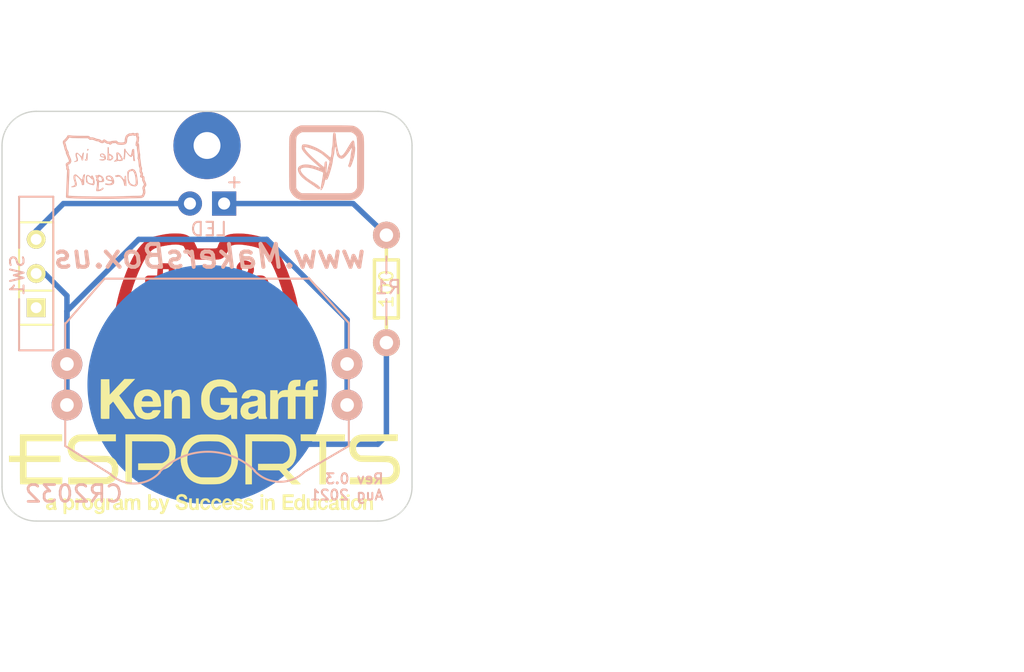
<source format=kicad_pcb>
(kicad_pcb (version 20171130) (host pcbnew "(5.1.10)-1")
  (layers (0 F.Cu signal) (31 B.Cu signal) (34 B.Paste user) (35 F.Paste user) (36 B.SilkS user) (37 F.SilkS user) (38 B.Mask user) (39 F.Mask user) (44 Edge.Cuts user))
  (net 0 "")
  (net 1 "Net-(BT1-Pad1)")
  (net 2 "Net-(D1-Pad1)")
  (net 3 "Net-(D1-Pad2)")
  (net 4 "Net-(BT1-Pad2)")
  (net 5 "Net-(SW1-Pad1)")
  (module footprints:controller (layer F.Cu) (at 175.26 86.36)
    (fp_text reference G*** hide)
    (fp_text value LOGO hide)
    (fp_poly (pts (xy -2.134063 -4.877607) (xy -1.945985 -4.865274) (xy -1.786994 -4.842943) (xy -1.646437 -4.808825) (xy -1.513659 -4.761132) (xy -1.435329 -4.726221) (xy -1.267304 -4.620822) (xy -1.112871 -4.473317) (xy -0.979759 -4.292057) (xy -0.904952 -4.1529) (xy -0.855888 -4.048034) (xy -0.809468 -3.949588) (xy -0.77391 -3.874974) (xy -0.767057 -3.8608) (xy -0.723827 -3.7719) (xy -0.015115 -3.765142) (xy 0.202758 -3.763098) (xy 0.375507 -3.762408) (xy 0.508807 -3.764296) (xy 0.608333 -3.76999) (xy 0.679761 -3.780716) (xy 0.728765 -3.797701) (xy 0.761021 -3.822171) (xy 0.782205 -3.855353) (xy 0.797991 -3.898473) (xy 0.811377 -3.94376) (xy 0.870878 -4.09855) (xy 0.956742 -4.262423) (xy 1.057322 -4.41554) (xy 1.159303 -4.536399) (xy 1.281504 -4.643172) (xy 1.41505 -4.727151) (xy 1.566845 -4.790313) (xy 1.743791 -4.834636) (xy 1.952791 -4.862098) (xy 2.200748 -4.874675) (xy 2.344726 -4.875995) (xy 2.578595 -4.872112) (xy 2.795254 -4.86029) (xy 3.007696 -4.838901) (xy 3.228915 -4.80632) (xy 3.471905 -4.760919) (xy 3.749661 -4.701071) (xy 3.7592 -4.698915) (xy 4.010368 -4.628271) (xy 4.239103 -4.533009) (xy 4.451863 -4.408516) (xy 4.655104 -4.250178) (xy 4.855284 -4.053379) (xy 5.05886 -3.813506) (xy 5.133165 -3.717122) (xy 5.202662 -3.623547) (xy 5.259144 -3.544756) (xy 5.296467 -3.489507) (xy 5.3086 -3.467043) (xy 5.321922 -3.436101) (xy 5.354196 -3.385087) (xy 5.356281 -3.382122) (xy 5.390341 -3.326959) (xy 5.440698 -3.236707) (xy 5.501812 -3.122145) (xy 5.568142 -2.99405) (xy 5.634148 -2.863201) (xy 5.694289 -2.740376) (xy 5.743024 -2.636352) (xy 5.763069 -2.5908) (xy 5.805005 -2.492798) (xy 5.847248 -2.395463) (xy 5.867497 -2.3495) (xy 5.921508 -2.221333) (xy 5.986966 -2.055326) (xy 6.060194 -1.8618) (xy 6.137519 -1.651075) (xy 6.215262 -1.433471) (xy 6.28975 -1.21931) (xy 6.357306 -1.01891) (xy 6.414255 -0.842592) (xy 6.45692 -0.700677) (xy 6.464567 -0.6731) (xy 6.486943 -0.590625) (xy 6.517413 -0.478365) (xy 6.550755 -0.355558) (xy 6.564538 -0.3048) (xy 6.601447 -0.161917) (xy 6.640256 -0.000522) (xy 6.673738 0.149109) (xy 6.679745 0.1778) (xy 6.707495 0.311845) (xy 6.737287 0.45456) (xy 6.763777 0.580371) (xy 6.769984 0.6096) (xy 6.818227 0.856556) (xy 6.86856 1.15412) (xy 6.907561 1.4097) (xy 6.925626 1.532253) (xy 6.9445 1.659418) (xy 6.96014 1.763971) (xy 6.96034 1.7653) (xy 6.992582 1.999595) (xy 7.02044 2.242171) (xy 7.04338 2.484693) (xy 7.060867 2.718825) (xy 7.072367 2.936233) (xy 7.077346 3.128581) (xy 7.07527 3.287535) (xy 7.065605 3.404757) (xy 7.065474 3.405652) (xy 7.004021 3.654984) (xy 6.897074 3.89682) (xy 6.749939 4.124093) (xy 6.567921 4.329739) (xy 6.356325 4.506691) (xy 6.140162 4.638037) (xy 6.001774 4.707119) (xy 5.889194 4.758228) (xy 5.790219 4.794061) (xy 5.692644 4.817314) (xy 5.584265 4.830685) (xy 5.452878 4.836868) (xy 5.286278 4.838561) (xy 5.2324 4.838598) (xy 5.065626 4.837861) (xy 4.941505 4.835277) (xy 4.851903 4.830155) (xy 4.788684 4.821801) (xy 4.743716 4.809525) (xy 4.7117 4.794304) (xy 4.651629 4.764129) (xy 4.607838 4.750082) (xy 4.605474 4.749956) (xy 4.571117 4.739015) (xy 4.503014 4.709699) (xy 4.412495 4.667058) (xy 4.350626 4.636415) (xy 4.204223 4.554792) (xy 4.059526 4.457235) (xy 3.913033 4.340144) (xy 3.761241 4.199923) (xy 3.600648 4.032972) (xy 3.427751 3.835694) (xy 3.239047 3.60449) (xy 3.031034 3.335762) (xy 2.853871 3.0988) (xy 2.674135 2.855637) (xy 2.521608 2.649894) (xy 2.393464 2.478024) (xy 2.286872 2.336479) (xy 2.199004 2.221713) (xy 2.127031 2.130178) (xy 2.068124 2.058327) (xy 2.019455 2.002613) (xy 1.978195 1.959488) (xy 1.941514 1.925406) (xy 1.906585 1.896819) (xy 1.878794 1.876096) (xy 1.675749 1.754482) (xy 1.432125 1.651465) (xy 1.154846 1.567639) (xy 0.850835 1.503597) (xy 0.527015 1.45993) (xy 0.190309 1.437231) (xy -0.152358 1.436094) (xy -0.494064 1.45711) (xy -0.827886 1.500873) (xy -1.1469 1.567975) (xy -1.282304 1.6055) (xy -1.540942 1.69505) (xy -1.753099 1.795237) (xy -1.922364 1.908125) (xy -2.052326 2.035776) (xy -2.0701 2.058215) (xy -2.407554 2.502163) (xy -2.726458 2.92558) (xy -2.884458 3.1369) (xy -3.101508 3.42407) (xy -3.295426 3.671781) (xy -3.469858 3.883745) (xy -3.628449 4.063672) (xy -3.774846 4.215273) (xy -3.912693 4.34226) (xy -4.045636 4.448342) (xy -4.177322 4.53723) (xy -4.311395 4.612637) (xy -4.3561 4.634864) (xy -4.589297 4.739196) (xy -4.796776 4.812059) (xy -4.990936 4.855564) (xy -5.184179 4.871821) (xy -5.388904 4.862941) (xy -5.5626 4.840233) (xy -5.857671 4.768075) (xy -6.132754 4.651155) (xy -6.383606 4.493012) (xy -6.605984 4.297184) (xy -6.795644 4.067207) (xy -6.948343 3.806621) (xy -7.026847 3.6195) (xy -7.05327 3.507664) (xy -7.069593 3.351764) (xy -7.075992 3.157488) (xy -7.074379 3.048074) (xy -6.2484 3.048074) (xy -6.247036 3.177828) (xy -6.241448 3.2712) (xy -6.229396 3.34257) (xy -6.208637 3.406316) (xy -6.183814 3.462419) (xy -6.071922 3.641454) (xy -5.922045 3.794) (xy -5.743321 3.912546) (xy -5.544889 3.98958) (xy -5.541451 3.990473) (xy -5.3792 4.024765) (xy -5.241613 4.034839) (xy -5.109165 4.021542) (xy -5.059498 4.011314) (xy -4.849449 3.940256) (xy -4.634068 3.823797) (xy -4.419546 3.666011) (xy -4.212077 3.470974) (xy -4.170747 3.426505) (xy -4.106678 3.351974) (xy -4.018596 3.243725) (xy -3.912267 3.109199) (xy -3.793452 2.955838) (xy -3.667916 2.791082) (xy -3.541422 2.622373) (xy -3.419733 2.457152) (xy -3.4163 2.452442) (xy -3.333075 2.338745) (xy -3.24078 2.213557) (xy -3.145393 2.084888) (xy -3.052892 1.960748) (xy -2.969255 1.849148) (xy -2.900459 1.758098) (xy -2.852481 1.695608) (xy -2.837202 1.6764) (xy -2.805565 1.635343) (xy -2.756961 1.569554) (xy -2.718452 1.516299) (xy -2.602407 1.385163) (xy -2.444761 1.252774) (xy -2.254328 1.124123) (xy -2.039922 1.004201) (xy -1.810357 0.897998) (xy -1.574447 0.810505) (xy -1.3716 0.753653) (xy -1.258115 0.726844) (xy -1.125871 0.695285) (xy -1.016 0.668829) (xy -0.955962 0.655736) (xy -0.891529 0.645321) (xy -0.816262 0.637292) (xy -0.723719 0.631356) (xy -0.607458 0.627222) (xy -0.461038 0.624596) (xy -0.278017 0.623186) (xy -0.051954 0.622699) (xy 0 0.622687) (xy 0.235628 0.623022) (xy 0.426902 0.62422) (xy 0.580262 0.626574) (xy 0.702149 0.630377) (xy 0.799005 0.635921) (xy 0.877272 0.6435) (xy 0.94339 0.653404) (xy 1.003802 0.665928) (xy 1.016 0.668829) (xy 1.138952 0.698419) (xy 1.270703 0.729833) (xy 1.3716 0.753653) (xy 1.616289 0.82473) (xy 1.865892 0.922177) (xy 2.107986 1.039671) (xy 2.330149 1.170887) (xy 2.519958 1.309501) (xy 2.59619 1.377058) (xy 2.627953 1.41321) (xy 2.684893 1.483914) (xy 2.762077 1.582803) (xy 2.854574 1.703512) (xy 2.957452 1.839676) (xy 3.034731 1.9431) (xy 3.157904 2.108521) (xy 3.288605 2.283708) (xy 3.418143 2.45704) (xy 3.537832 2.616894) (xy 3.638981 2.751646) (xy 3.66842 2.790762) (xy 3.761225 2.914037) (xy 3.850113 3.032258) (xy 3.927627 3.135495) (xy 3.986306 3.213817) (xy 4.008631 3.243726) (xy 4.12431 3.383286) (xy 4.263685 3.52669) (xy 4.414272 3.662756) (xy 4.563586 3.780302) (xy 4.699141 3.868147) (xy 4.715967 3.877259) (xy 4.912968 3.967035) (xy 5.09251 4.017183) (xy 5.266189 4.02975) (xy 5.445597 4.006778) (xy 5.447699 4.006324) (xy 5.555868 3.979641) (xy 5.657993 3.949054) (xy 5.732427 3.921062) (xy 5.733912 3.920374) (xy 5.824075 3.863563) (xy 5.927115 3.77617) (xy 6.030236 3.671449) (xy 6.120643 3.562653) (xy 6.185541 3.463036) (xy 6.196021 3.441698) (xy 6.218863 3.387129) (xy 6.234138 3.335785) (xy 6.242858 3.276658) (xy 6.246037 3.198743) (xy 6.244685 3.091035) (xy 6.240418 2.9591) (xy 6.233314 2.807429) (xy 6.22328 2.652946) (xy 6.211618 2.513153) (xy 6.199627 2.405552) (xy 6.198897 2.4003) (xy 6.180354 2.265839) (xy 6.160308 2.115616) (xy 6.144596 1.9939) (xy 6.112905 1.757762) (xy 6.075708 1.505693) (xy 6.036011 1.256921) (xy 5.996818 1.030675) (xy 5.979851 0.9398) (xy 5.929003 0.678037) (xy 5.885166 0.459005) (xy 5.846771 0.275366) (xy 5.812248 0.11978) (xy 5.780029 -0.015091) (xy 5.754515 -0.1143) (xy 5.729245 -0.203717) (xy 5.692697 -0.32555) (xy 5.647735 -0.470943) (xy 5.597223 -0.631041) (xy 5.544024 -0.796985) (xy 5.491002 -0.95992) (xy 5.44102 -1.110989) (xy 5.396942 -1.241334) (xy 5.361632 -1.3421) (xy 5.337953 -1.404429) (xy 5.335678 -1.4097) (xy 5.317014 -1.454348) (xy 5.285059 -1.533413) (xy 5.244998 -1.633994) (xy 5.218248 -1.7018) (xy 5.036053 -2.142387) (xy 4.855549 -2.532632) (xy 4.676503 -2.872959) (xy 4.498681 -3.163788) (xy 4.321851 -3.405544) (xy 4.205889 -3.538092) (xy 4.11387 -3.624591) (xy 4.010221 -3.699815) (xy 3.889442 -3.765679) (xy 3.746031 -3.824097) (xy 3.574486 -3.876985) (xy 3.369307 -3.926256) (xy 3.124992 -3.973826) (xy 2.83604 -4.021609) (xy 2.801158 -4.026981) (xy 2.58438 -4.052452) (xy 2.374536 -4.062675) (xy 2.181268 -4.058022) (xy 2.014217 -4.038861) (xy 1.883024 -4.005563) (xy 1.846759 -3.990347) (xy 1.798367 -3.96507) (xy 1.759704 -3.937179) (xy 1.724615 -3.89826) (xy 1.686946 -3.839898) (xy 1.640541 -3.753679) (xy 1.579247 -3.63119) (xy 1.569312 -3.611042) (xy 1.465219 -3.413743) (xy 1.367303 -3.260122) (xy 1.270304 -3.144364) (xy 1.168959 -3.060652) (xy 1.058005 -3.003171) (xy 1.001826 -2.983796) (xy 0.954644 -2.971246) (xy 0.901815 -2.96121) (xy 0.837339 -2.953418) (xy 0.755215 -2.947598) (xy 0.649442 -2.94348) (xy 0.51402 -2.940792) (xy 0.342948 -2.939263) (xy 0.130226 -2.938623) (xy 0 -2.938551) (xy -0.260163 -2.938969) (xy -0.475136 -2.940831) (xy -0.650527 -2.945048) (xy -0.791943 -2.95253) (xy -0.904992 -2.964187) (xy -0.995282 -2.980932) (xy -1.068419 -3.003675) (xy -1.130012 -3.033325) (xy -1.185668 -3.070795) (xy -1.240994 -3.116995) (xy -1.271885 -3.145133) (xy -1.331865 -3.206393) (xy -1.387494 -3.277758) (xy -1.445109 -3.369041) (xy -1.511047 -3.490054) (xy -1.570059 -3.6068) (xy -1.7399 -3.9497) (xy -1.905 -4.005951) (xy -2.086334 -4.048034) (xy -2.306923 -4.063801) (xy -2.568037 -4.053245) (xy -2.870944 -4.01636) (xy -2.96923 -4.000318) (xy -3.193824 -3.960696) (xy -3.376377 -3.925639) (xy -3.525191 -3.892908) (xy -3.648568 -3.860268) (xy -3.754809 -3.82548) (xy -3.852217 -3.786308) (xy -3.949093 -3.740514) (xy -3.967098 -3.731404) (xy -4.091107 -3.647727) (xy -4.225278 -3.520202) (xy -4.366042 -3.353888) (xy -4.509831 -3.153848) (xy -4.653076 -2.925141) (xy -4.792208 -2.672829) (xy -4.92366 -2.401971) (xy -4.956522 -2.32826) (xy -5.004776 -2.218628) (xy -5.054274 -2.10716) (xy -5.09371 -2.0193) (xy -5.135143 -1.922702) (xy -5.188908 -1.789771) (xy -5.250573 -1.632128) (xy -5.315702 -1.461395) (xy -5.379861 -1.289192) (xy -5.438615 -1.127139) (xy -5.486261 -0.9906) (xy -5.596953 -0.654684) (xy -5.690384 -0.347442) (xy -5.771083 -0.051659) (xy -5.843576 0.249882) (xy -5.912391 0.574396) (xy -5.953817 0.7874) (xy -6.010366 1.093401) (xy -6.056805 1.361376) (xy -6.094952 1.602676) (xy -6.126626 1.828655) (xy -6.14711 1.9939) (xy -6.164892 2.140529) (xy -6.186051 2.307752) (xy -6.206808 2.465869) (xy -6.212655 2.509018) (xy -6.228672 2.655667) (xy -6.240977 2.824781) (xy -6.247696 2.988058) (xy -6.2484 3.048074) (xy -7.074379 3.048074) (xy -7.072645 2.93052) (xy -7.05973 2.676547) (xy -7.037422 2.401256) (xy -7.005899 2.110331) (xy -6.971876 1.8542) (xy -6.952003 1.714339) (xy -6.930657 1.560977) (xy -6.911822 1.422801) (xy -6.908373 1.397) (xy -6.891836 1.277808) (xy -6.874361 1.159982) (xy -6.859318 1.066109) (xy -6.857234 1.0541) (xy -6.827137 0.884291) (xy -6.803855 0.754946) (xy -6.785567 0.656467) (xy -6.770456 0.579256) (xy -6.7567 0.513716) (xy -6.744072 0.4572) (xy -6.719689 0.348585) (xy -6.692904 0.22651) (xy -6.679689 0.1651) (xy -6.63523 -0.03052) (xy -6.580616 -0.250256) (xy -6.519477 -0.481017) (xy -6.455442 -0.709713) (xy -6.392142 -0.923252) (xy -6.333206 -1.108543) (xy -6.299366 -1.2065) (xy -6.274227 -1.276135) (xy -6.236292 -1.381203) (xy -6.190022 -1.509358) (xy -6.139872 -1.648254) (xy -6.120539 -1.7018) (xy -5.988495 -2.051031) (xy -5.847156 -2.394744) (xy -5.700949 -2.723202) (xy -5.554301 -3.026667) (xy -5.41164 -3.295399) (xy -5.338964 -3.420743) (xy -5.223641 -3.597342) (xy -5.087226 -3.781671) (xy -4.940324 -3.960882) (xy -4.793537 -4.122127) (xy -4.657471 -4.252556) (xy -4.640365 -4.267218) (xy -4.49822 -4.373914) (xy -4.335161 -4.475187) (xy -4.167218 -4.562343) (xy -4.01042 -4.62669) (xy -3.937 -4.648653) (xy -3.648261 -4.718222) (xy -3.39841 -4.773383) (xy -3.178052 -4.815526) (xy -2.977796 -4.84604) (xy -2.788246 -4.866315) (xy -2.600011 -4.877742) (xy -2.403695 -4.88171) (xy -2.361879 -4.881729) (xy -2.134063 -4.877607)) (layer F.Cu) (width 0.01))
    (fp_poly (pts (xy 3.029914 -0.663175) (xy 3.16031 -0.600996) (xy 3.293188 -0.51225) (xy 3.385714 -0.409388) (xy 3.44346 -0.282877) (xy 3.471998 -0.123183) (xy 3.475984 -0.060927) (xy 3.478848 0.048054) (xy 3.474088 0.124533) (xy 3.458348 0.186628) (xy 3.428274 0.252457) (xy 3.412484 0.282046) (xy 3.327939 0.406565) (xy 3.223056 0.499168) (xy 3.088584 0.565839) (xy 2.915273 0.61256) (xy 2.8956 0.616337) (xy 2.830809 0.618971) (xy 2.746089 0.611173) (xy 2.718983 0.606627) (xy 2.571275 0.56529) (xy 2.451653 0.498206) (xy 2.358243 0.414347) (xy 2.257485 0.275722) (xy 2.199811 0.121727) (xy 2.18325 -0.039542) (xy 2.190008 -0.087574) (xy 2.601575 -0.087574) (xy 2.603255 0.019582) (xy 2.645316 0.107611) (xy 2.71887 0.169757) (xy 2.815026 0.19926) (xy 2.924895 0.189364) (xy 2.953479 0.179936) (xy 3.016396 0.131454) (xy 3.054368 0.053057) (xy 3.065851 -0.040079) (xy 3.049302 -0.132778) (xy 3.003177 -0.209867) (xy 2.994036 -0.218763) (xy 2.915165 -0.257604) (xy 2.8321 -0.2667) (xy 2.72178 -0.247828) (xy 2.645523 -0.191339) (xy 2.603579 -0.097431) (xy 2.601575 -0.087574) (xy 2.190008 -0.087574) (xy 2.205828 -0.19999) (xy 2.265575 -0.351522) (xy 2.360518 -0.486042) (xy 2.488684 -0.595455) (xy 2.620449 -0.66199) (xy 2.760146 -0.699507) (xy 2.892206 -0.700402) (xy 3.029914 -0.663175)) (layer F.Cu) (width 0.01))
    (fp_poly (pts (xy -3.137274 -2.664277) (xy -3.032333 -2.662547) (xy -2.842089 -2.659708) (xy -2.696471 -2.655001) (xy -2.589404 -2.643327) (xy -2.514817 -2.619586) (xy -2.466638 -2.578681) (xy -2.438793 -2.515512) (xy -2.42521 -2.424982) (xy -2.419816 -2.301992) (xy -2.416636 -2.145595) (xy -2.407572 -1.7526) (xy -2.048336 -1.752226) (xy -1.880867 -1.750306) (xy -1.756577 -1.743458) (xy -1.667917 -1.729449) (xy -1.607336 -1.706049) (xy -1.567286 -1.671026) (xy -1.540216 -1.622148) (xy -1.531784 -1.599538) (xy -1.51882 -1.533558) (xy -1.509277 -1.429034) (xy -1.503208 -1.298111) (xy -1.500665 -1.152933) (xy -1.501702 -1.005645) (xy -1.506371 -0.868391) (xy -1.514726 -0.753316) (xy -1.526818 -0.672564) (xy -1.527735 -0.668792) (xy -1.550629 -0.60165) (xy -1.585423 -0.552541) (xy -1.639501 -0.518763) (xy -1.720244 -0.497614) (xy -1.835035 -0.486393) (xy -1.991257 -0.482398) (xy -2.037535 -0.482212) (xy -2.16001 -0.480611) (xy -2.264758 -0.476534) (xy -2.340869 -0.470593) (xy -2.377431 -0.463397) (xy -2.377813 -0.463162) (xy -2.390493 -0.42981) (xy -2.40182 -0.350153) (xy -2.411331 -0.228675) (xy -2.418566 -0.069863) (xy -2.418717 -0.065335) (xy -2.423043 0.08232) (xy -2.42901 0.195568) (xy -2.442675 0.278951) (xy -2.470098 0.33701) (xy -2.517337 0.374287) (xy -2.59045 0.395324) (xy -2.695497 0.404663) (xy -2.838536 0.406845) (xy -3.025625 0.406412) (xy -3.048 0.4064) (xy -3.22224 0.405986) (xy -3.353033 0.404336) (xy -3.44773 0.400833) (xy -3.513681 0.39486) (xy -3.558237 0.3858) (xy -3.588747 0.373039) (xy -3.608404 0.359409) (xy -3.630668 0.338485) (xy -3.646863 0.311832) (xy -3.658382 0.271035) (xy -3.666622 0.207679) (xy -3.672978 0.113351) (xy -3.678845 -0.020364) (xy -3.681068 -0.078741) (xy -3.6957 -0.4699) (xy -4.065241 -0.4826) (xy -4.239498 -0.490956) (xy -4.369746 -0.503767) (xy -4.462718 -0.523117) (xy -4.52515 -0.551088) (xy -4.563777 -0.589763) (xy -4.585333 -0.641224) (xy -4.585949 -0.643634) (xy -4.590267 -0.687282) (xy -4.593193 -0.772359) (xy -4.594606 -0.889512) (xy -4.594567 -0.9144) (xy -4.193055 -0.9144) (xy -3.868178 -0.914259) (xy -3.735202 -0.912152) (xy -3.612063 -0.906518) (xy -3.512325 -0.898208) (xy -3.449553 -0.888078) (xy -3.448799 -0.887872) (xy -3.386426 -0.866488) (xy -3.341125 -0.837073) (xy -3.310213 -0.791904) (xy -3.291008 -0.72326) (xy -3.280826 -0.623419) (xy -3.276984 -0.484658) (xy -3.2766 -0.392282) (xy -3.275394 -0.262067) (xy -3.272081 -0.150364) (xy -3.267121 -0.066839) (xy -3.260974 -0.021157) (xy -3.258692 -0.015959) (xy -3.226313 -0.008256) (xy -3.157157 -0.004311) (xy -3.065157 -0.004828) (xy -3.049142 -0.005376) (xy -2.8575 -0.0127) (xy -2.8448 -0.381) (xy -2.837017 -0.542516) (xy -2.826222 -0.67182) (xy -2.813093 -0.762475) (xy -2.800052 -0.805339) (xy -2.761383 -0.847245) (xy -2.696294 -0.877887) (xy -2.59891 -0.898465) (xy -2.463356 -0.910179) (xy -2.283758 -0.91423) (xy -2.26695 -0.914259) (xy -1.9558 -0.9144) (xy -1.9558 -1.3462) (xy -2.687138 -1.3462) (xy -2.8448 -1.525768) (xy -2.8448 -2.2352) (xy -3.272941 -2.2352) (xy -3.281121 -1.854835) (xy -3.284884 -1.686665) (xy -3.292387 -1.56174) (xy -3.310333 -1.473379) (xy -3.345427 -1.414902) (xy -3.404373 -1.379626) (xy -3.493876 -1.360873) (xy -3.62064 -1.35196) (xy -3.791371 -1.346207) (xy -3.791563 -1.3462) (xy -4.1783 -1.3335) (xy -4.185678 -1.12395) (xy -4.193055 -0.9144) (xy -4.594567 -0.9144) (xy -4.594386 -1.029385) (xy -4.592703 -1.166267) (xy -4.5847 -1.630109) (xy -4.513434 -1.691355) (xy -4.482944 -1.715394) (xy -4.450679 -1.732155) (xy -4.407305 -1.742947) (xy -4.343488 -1.749077) (xy -4.249895 -1.751853) (xy -4.117192 -1.752584) (xy -4.076435 -1.7526) (xy -3.710702 -1.7526) (xy -3.697754 -1.83515) (xy -3.691988 -1.892641) (xy -3.685942 -1.987579) (xy -3.680346 -2.106622) (xy -3.676041 -2.23235) (xy -3.67197 -2.36374) (xy -3.666966 -2.454359) (xy -3.658881 -2.514225) (xy -3.645568 -2.553352) (xy -3.624881 -2.581755) (xy -3.595318 -2.608896) (xy -3.56932 -2.630202) (xy -3.54293 -2.645827) (xy -3.508497 -2.656501) (xy -3.458367 -2.662954) (xy -3.384889 -2.665915) (xy -3.280409 -2.666113) (xy -3.137274 -2.664277)) (layer F.Cu) (width 0.01))
    (fp_poly (pts (xy 1.81315 -1.764292) (xy 1.919002 -1.745457) (xy 1.998324 -1.716172) (xy 2.072054 -1.666203) (xy 2.142043 -1.603547) (xy 2.259478 -1.462949) (xy 2.327883 -1.309407) (xy 2.347755 -1.141277) (xy 2.327778 -0.989603) (xy 2.264056 -0.811536) (xy 2.16317 -0.668093) (xy 2.025135 -0.559295) (xy 2.020522 -0.556624) (xy 1.94383 -0.516957) (xy 1.873999 -0.494561) (xy 1.790608 -0.484759) (xy 1.69835 -0.482839) (xy 1.58499 -0.486059) (xy 1.500397 -0.499159) (xy 1.422806 -0.526799) (xy 1.36815 -0.553554) (xy 1.27024 -0.615011) (xy 1.196751 -0.690924) (xy 1.148645 -0.763104) (xy 1.075713 -0.899124) (xy 1.036063 -1.015606) (xy 1.028399 -1.104045) (xy 1.448447 -1.104045) (xy 1.476091 -1.019103) (xy 1.533338 -0.949784) (xy 1.613408 -0.90438) (xy 1.709517 -0.891183) (xy 1.812103 -0.917201) (xy 1.882139 -0.974298) (xy 1.921037 -1.058414) (xy 1.926522 -1.154767) (xy 1.896319 -1.248573) (xy 1.869099 -1.287634) (xy 1.819339 -1.333971) (xy 1.761802 -1.354695) (xy 1.6891 -1.3589) (xy 1.606809 -1.352955) (xy 1.551783 -1.329113) (xy 1.5091 -1.287634) (xy 1.457189 -1.196319) (xy 1.448447 -1.104045) (xy 1.028399 -1.104045) (xy 1.026308 -1.128168) (xy 1.042792 -1.251162) (xy 1.103031 -1.424484) (xy 1.200702 -1.566517) (xy 1.330835 -1.67395) (xy 1.488462 -1.743474) (xy 1.668615 -1.77178) (xy 1.81315 -1.764292)) (layer F.Cu) (width 0.01))
    (fp_poly (pts (xy 4.103385 -1.750183) (xy 4.205947 -1.724944) (xy 4.21981 -1.719269) (xy 4.330693 -1.646115) (xy 4.432592 -1.536052) (xy 4.516803 -1.402975) (xy 4.57462 -1.260773) (xy 4.597341 -1.123339) (xy 4.5974 -1.116638) (xy 4.574831 -0.974483) (xy 4.512932 -0.829837) (xy 4.420413 -0.696726) (xy 4.305983 -0.589174) (xy 4.246044 -0.550862) (xy 4.166267 -0.512768) (xy 4.089934 -0.491851) (xy 3.995762 -0.483504) (xy 3.930727 -0.4826) (xy 3.818712 -0.486068) (xy 3.734898 -0.49978) (xy 3.65696 -0.528706) (xy 3.603964 -0.555305) (xy 3.478235 -0.646818) (xy 3.372494 -0.771072) (xy 3.295253 -0.914415) (xy 3.255023 -1.063197) (xy 3.253758 -1.082382) (xy 3.687949 -1.082382) (xy 3.711297 -1.007084) (xy 3.768763 -0.9371) (xy 3.855251 -0.898192) (xy 3.957386 -0.89345) (xy 4.061796 -0.925961) (xy 4.062032 -0.926083) (xy 4.128621 -0.986338) (xy 4.162299 -1.072047) (xy 4.161353 -1.168574) (xy 4.124075 -1.261286) (xy 4.104299 -1.287634) (xy 4.054539 -1.333971) (xy 3.997002 -1.354695) (xy 3.9243 -1.3589) (xy 3.842009 -1.352955) (xy 3.786983 -1.329113) (xy 3.7443 -1.287634) (xy 3.692829 -1.191441) (xy 3.687949 -1.082382) (xy 3.253758 -1.082382) (xy 3.2512 -1.121172) (xy 3.27218 -1.252088) (xy 3.32897 -1.391847) (xy 3.412338 -1.525794) (xy 3.513053 -1.639275) (xy 3.621887 -1.717635) (xy 3.629139 -1.72122) (xy 3.720326 -1.74807) (xy 3.842087 -1.761807) (xy 3.975936 -1.762491) (xy 4.103385 -1.750183)) (layer F.Cu) (width 0.01))
    (fp_poly (pts (xy 3.05559 -2.830159) (xy 3.20823 -2.755694) (xy 3.298467 -2.684477) (xy 3.40051 -2.55432) (xy 3.46513 -2.399501) (xy 3.490482 -2.231616) (xy 3.474721 -2.062263) (xy 3.421197 -1.912926) (xy 3.326884 -1.779062) (xy 3.20082 -1.672279) (xy 3.05353 -1.596967) (xy 2.895538 -1.557518) (xy 2.737367 -1.558323) (xy 2.634047 -1.584488) (xy 2.464862 -1.669892) (xy 2.332093 -1.784845) (xy 2.268354 -1.872682) (xy 2.232283 -1.940092) (xy 2.210842 -2.002111) (xy 2.200364 -2.076083) (xy 2.197184 -2.179354) (xy 2.1971 -2.2098) (xy 2.5908 -2.2098) (xy 2.605062 -2.137832) (xy 2.640365 -2.065556) (xy 2.685486 -2.012659) (xy 2.711104 -1.998776) (xy 2.817918 -1.984219) (xy 2.918495 -1.993194) (xy 2.993194 -2.023786) (xy 2.996903 -2.026653) (xy 3.046738 -2.096311) (xy 3.06872 -2.189729) (xy 3.061283 -2.287195) (xy 3.023976 -2.367606) (xy 2.947657 -2.428764) (xy 2.851728 -2.457288) (xy 2.755885 -2.448642) (xy 2.726305 -2.436156) (xy 2.656763 -2.375074) (xy 2.606868 -2.287825) (xy 2.5908 -2.2098) (xy 2.1971 -2.2098) (xy 2.199135 -2.322796) (xy 2.207638 -2.402309) (xy 2.226204 -2.465576) (xy 2.258431 -2.529836) (xy 2.266924 -2.544481) (xy 2.326738 -2.630398) (xy 2.397346 -2.710477) (xy 2.427103 -2.737738) (xy 2.565699 -2.820682) (xy 2.723717 -2.863301) (xy 2.89055 -2.866244) (xy 3.05559 -2.830159)) (layer F.Cu) (width 0.01))
  )
  (module footprints:a_program (layer F.Cu) (at 175.57 101.5)
    (fp_text reference G*** hide)
    (fp_text value LOGO hide)
  )
  (module Pin_Headers:Pin_Header_Straight_1x01_Pitch2.54mm (layer F.Cu) (at 175.26 74.93)
    (fp_text reference REF** hide)
    (fp_text value Pin_Header_Straight_1x01_Pitch2.54mm hide)
    (pad 1 thru_hole circle (at 0 0) (size 5 5) (drill 2) (layers *.Cu *.Mask))
  )
  (module footprints:Ken_Garff (layer F.Cu) (at 175.32 94)
    (fp_text reference G*** hide)
    (fp_text value LOGO hide)
  )
  (module footprints:Esports (layer F.Cu) (at 175.07 98.25)
    (fp_text reference G*** hide)
    (fp_text value LOGO hide)
  )
  (module footprints:BATT_CR2032 (layer B.Cu) (at 175.26 92.71 180)
    (fp_text reference BT1 hide)
    (fp_text value Battery hide)
    (pad 1 thru_hole circle (at -10.414 -1.524 180) (size 2.286 2.286) (drill 1.016) (layers *.Cu *.Mask B.SilkS) (net 1 "Net-(BT1-Pad1)"))
    (pad 1 thru_hole circle (at 10.414 -1.524 180) (size 2.286 2.286) (drill 1.016) (layers *.Cu *.Mask B.SilkS) (net 1 "Net-(BT1-Pad1)"))
    (pad 1 thru_hole circle (at -10.414 1.524 180) (size 2.286 2.286) (drill 1.016) (layers *.Cu *.Mask B.SilkS) (net 1 "Net-(BT1-Pad1)"))
    (pad 1 thru_hole circle (at 10.414 1.524 180) (size 2.286 2.286) (drill 1.016) (layers *.Cu *.Mask B.SilkS) (net 1 "Net-(BT1-Pad1)"))
    (pad 2 smd circle (at 0 0 180) (size 17.78 17.78) (layers B.Cu B.Paste B.Mask) (net 4 "Net-(BT1-Pad2)"))
  )
  (module footprints:LED_D5.0mm (layer F.Cu) (at 176.53 79.248 180)
    (fp_text reference D1 hide)
    (fp_text value LED (at 1.143 -1.905) (layer B.SilkS) (effects (justify mirror)))
    (fp_text user + (at -0.762 1.651) (layer B.SilkS))
    (pad 1 thru_hole rect (at 0 0 180) (size 1.8 1.8) (drill 0.9) (layers *.Cu *.Mask) (net 2 "Net-(D1-Pad1)"))
    (pad 2 thru_hole circle (at 2.54 0 180) (size 1.8 1.8) (drill 0.9) (layers *.Cu *.Mask) (net 3 "Net-(D1-Pad2)"))
  )
  (module footprints:Resistor_Horz (layer F.Cu) (at 188.595 85.598 270)
    (fp_text reference R1 (at -0.127 -0.127) (layer B.SilkS) (effects (justify mirror)))
    (fp_text value 100 (at 0 0 270) (layer F.SilkS))
    (pad 1 thru_hole circle (at -4 0 270) (size 1.99898 1.99898) (drill 1.00076) (layers *.Cu *.SilkS *.Mask) (net 2 "Net-(D1-Pad1)"))
    (pad 2 thru_hole circle (at 4 0 270) (size 1.99898 1.99898) (drill 1.00076) (layers *.Cu *.SilkS *.Mask) (net 4 "Net-(BT1-Pad2)"))
  )
  (module myFootPrints:MadeInOregonRev25 (layer F.Cu) (at 167.64 76.454)
    (fp_text reference VAL hide)
    (fp_text value MadeInOregonRev25 hide)
  )
  (module myFootPrints:MB225rev (layer F.Cu) (at 184.15 76.2)
    (fp_text reference VAL hide)
    (fp_text value MB225rev hide)
  )
  (module footprints:SW_Micro_SPST (layer F.Cu) (at 162.56 84.455 90)
    (fp_text reference SW1 (at -0.127 -1.397 90) (layer B.SilkS) (effects (justify mirror)))
    (fp_text value SPDT)
    (pad 1 thru_hole rect (at -2.54 0 90) (size 1.397 1.397) (drill 0.8128) (layers *.Cu *.Mask F.SilkS) (net 5 "Net-(SW1-Pad1)"))
    (pad 2 thru_hole circle (at 0 0 90) (size 1.397 1.397) (drill 0.8128) (layers *.Cu *.Mask F.SilkS) (net 1 "Net-(BT1-Pad1)"))
    (pad 3 thru_hole circle (at 2.54 0 90) (size 1.397 1.397) (drill 0.8128) (layers *.Cu *.Mask F.SilkS) (net 3 "Net-(D1-Pad2)"))
  )
  (gr_line (start 161.29 78.74) (end 161.29 82.55) (layer B.SilkS) (width 0.15))
  (gr_line (start 163.83 78.74) (end 161.29 78.74) (layer B.SilkS) (width 0.15))
  (gr_line (start 163.83 90.17) (end 163.83 78.74) (layer B.SilkS) (width 0.15))
  (gr_line (start 161.29 90.17) (end 163.83 90.17) (layer B.SilkS) (width 0.15))
  (gr_line (start 161.29 86.36) (end 161.29 90.17) (layer B.SilkS) (width 0.15))
  (gr_line (start 188.595 86.36) (end 188.595 88.265) (layer B.SilkS) (width 0.15))
  (gr_line (start 188.595 84.455) (end 188.595 83.185) (layer B.SilkS) (width 0.15))
  (gr_text "Rev 0.3\nAug 2021" (at 188.468 100.33) (layer B.SilkS) (effects (font (size 0.75 0.75)) (justify left mirror)))
  (gr_text www.MakersBox.us (at 175.514 83.185) (layer B.SilkS) (effects (font (size 1.7 1.7) (thickness 0.3) italic) (justify mirror)))
  (gr_text CR2032 (at 165.354 100.838) (layer B.SilkS) (effects (font (size 1.25 1.25) (thickness 0.2)) (justify mirror)))
  (gr_line (start 160.02 100.33) (end 160.02 74.93) (angle 90) (layer Edge.Cuts) (width 0.1))
  (gr_line (start 187.96 102.87) (end 162.56 102.87) (angle 90) (layer Edge.Cuts) (width 0.1))
  (gr_line (start 190.5 74.93) (end 190.5 100.33) (angle 90) (layer Edge.Cuts) (width 0.1))
  (gr_line (start 162.56 72.39) (end 187.96 72.39) (angle 90) (layer Edge.Cuts) (width 0.1))
  (gr_arc (start 162.56 100.33) (end 162.56 102.87) (angle 90) (layer Edge.Cuts) (width 0.1))
  (gr_arc (start 187.96 100.33) (end 190.5 100.33) (angle 90) (layer Edge.Cuts) (width 0.1))
  (gr_arc (start 187.96 74.93) (end 187.96 72.39) (angle 90) (layer Edge.Cuts) (width 0.1))
  (gr_arc (start 162.56 74.93) (end 160.02 74.93) (angle 90) (layer Edge.Cuts) (width 0.1))
  (segment (start 164.846 91.186) (end 164.846 86.106) (width 0.4064) (layer B.Cu) (net 1))
  (segment (start 164.846 86.106) (end 163.195 84.455) (width 0.4064) (layer B.Cu) (net 1))
  (segment (start 163.195 84.455) (end 162.56 84.455) (width 0.4064) (layer B.Cu) (net 1))
  (segment (start 185.674 94.234) (end 185.674 91.186) (width 0.4064) (layer B.Cu) (net 1))
  (segment (start 164.846 94.234) (end 164.846 91.186) (width 0.4064) (layer B.Cu) (net 1))
  (segment (start 170.18 81.915) (end 179.705 81.915) (width 0.4064) (layer B.Cu) (net 1))
  (segment (start 164.846 91.186) (end 164.846 87.249) (width 0.4064) (layer B.Cu) (net 1))
  (segment (start 179.705 81.915) (end 185.674 87.884) (width 0.4064) (layer B.Cu) (net 1))
  (segment (start 185.674 87.884) (end 185.674 91.186) (width 0.4064) (layer B.Cu) (net 1))
  (segment (start 164.846 87.249) (end 170.18 81.915) (width 0.4064) (layer B.Cu) (net 1))
  (segment (start 176.53 79.248) (end 186.118 79.248) (width 0.4064) (layer B.Cu) (net 2))
  (segment (start 186.118 79.248) (end 188.595 81.598) (width 0.4064) (layer B.Cu) (net 2))
  (segment (start 162.56 81.915) (end 162.56 81.28) (width 0.4064) (layer B.Cu) (net 3))
  (segment (start 162.56 81.28) (end 164.592 79.248) (width 0.4064) (layer B.Cu) (net 3))
  (segment (start 164.592 79.248) (end 173.99 79.248) (width 0.4064) (layer B.Cu) (net 3))
  (segment (start 188.595 89.598) (end 188.595 96.52) (width 0.4064) (layer B.Cu) (net 4))
  (segment (start 187.96 97.155) (end 179.705 97.155) (width 0.4064) (layer B.Cu) (net 4))
  (segment (start 188.595 96.52) (end 187.96 97.155) (width 0.4064) (layer B.Cu) (net 4))
  (segment (start 179.705 97.155) (end 175.26 92.71) (width 0.4064) (layer B.Cu) (net 4))
  (segment (start 188.595 89.598) (end 188.595 88.773) (width 0.4064) (layer B.Cu) (net 4))
  (segment (start 180.15 87.82) (end 175.26 92.71) (width 0.4064) (layer B.Cu) (net 4))
  (segment (start 175.26 92.71) (end 179.705 92.71) (width 0.4064) (layer B.Cu) (net 4))
)
</source>
